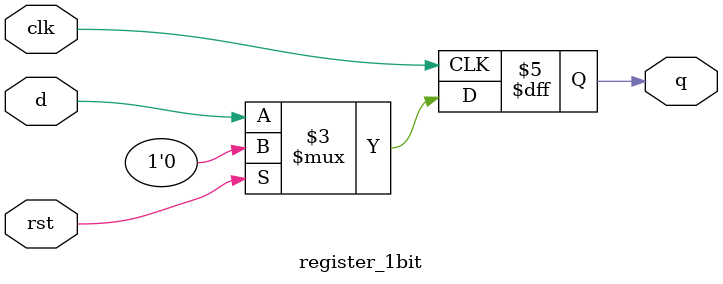
<source format=v>
module register_1bit (
    input  wire clk,
    input  wire rst,
    input  wire d,
    output reg  q
);
    always @(posedge clk) begin
        if (rst)
            q <= 1'b0;
        else
            q <= d;
    end
endmodule

</source>
